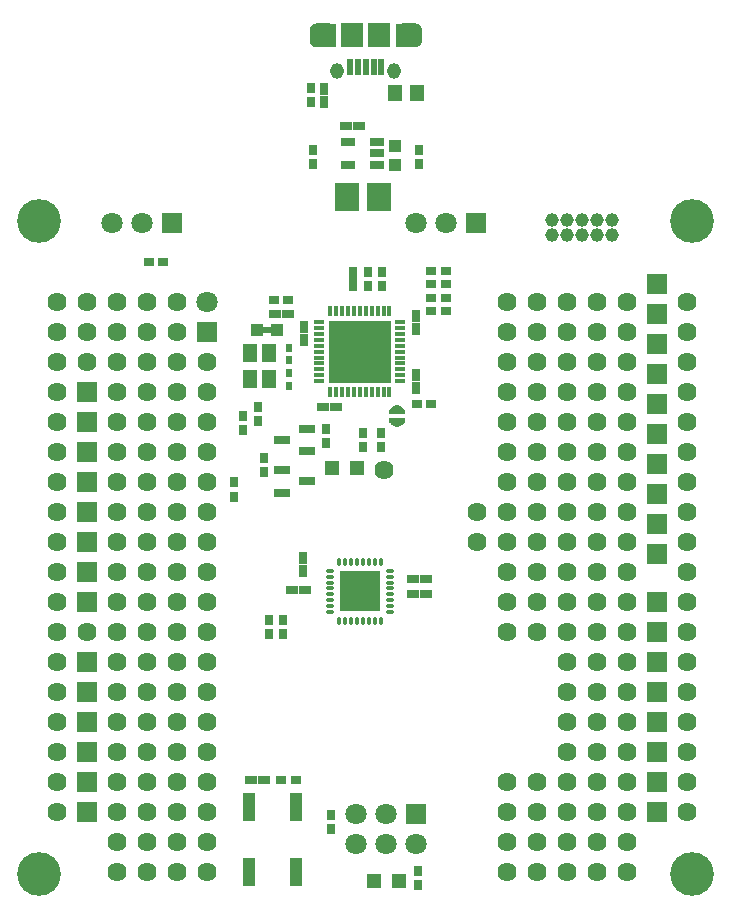
<source format=gts>
G04 Layer_Color=8388736*
%FSLAX43Y43*%
%MOMM*%
G71*
G01*
G75*
%ADD71R,0.900X0.510*%
%ADD72R,0.750X0.900*%
%ADD73R,3.400X3.400*%
%ADD74O,0.350X0.750*%
%ADD75O,0.750X0.350*%
%ADD76R,0.500X1.450*%
%ADD77R,0.600X0.700*%
%ADD78R,0.900X0.750*%
%ADD79R,1.300X1.300*%
%ADD80R,1.000X0.700*%
%ADD81R,0.700X1.000*%
%ADD82R,1.100X1.050*%
%ADD83R,1.400X0.700*%
%ADD84R,1.100X2.350*%
%ADD85R,1.250X1.500*%
%ADD86R,0.950X0.400*%
%ADD87R,0.400X0.950*%
%ADD88R,5.300X5.300*%
%ADD89R,2.050X2.350*%
%ADD90R,1.050X1.100*%
%ADD91R,1.300X1.450*%
%ADD92R,1.150X0.750*%
%ADD93R,1.900X2.000*%
%ADD94C,1.624*%
%ADD95C,3.700*%
G04:AMPARAMS|DCode=96|XSize=1.15mm|YSize=1.35mm|CornerRadius=0.575mm|HoleSize=0mm|Usage=FLASHONLY|Rotation=180.000|XOffset=0mm|YOffset=0mm|HoleType=Round|Shape=RoundedRectangle|*
%AMROUNDEDRECTD96*
21,1,1.150,0.200,0,0,180.0*
21,1,0.000,1.350,0,0,180.0*
1,1,1.150,0.000,0.100*
1,1,1.150,0.000,0.100*
1,1,1.150,0.000,-0.100*
1,1,1.150,0.000,-0.100*
%
%ADD96ROUNDEDRECTD96*%
G04:AMPARAMS|DCode=97|XSize=2.2mm|YSize=2mm|CornerRadius=0.544mm|HoleSize=0mm|Usage=FLASHONLY|Rotation=180.000|XOffset=0mm|YOffset=0mm|HoleType=Round|Shape=RoundedRectangle|*
%AMROUNDEDRECTD97*
21,1,2.200,0.912,0,0,180.0*
21,1,1.112,2.000,0,0,180.0*
1,1,1.088,-0.556,0.456*
1,1,1.088,0.556,0.456*
1,1,1.088,0.556,-0.456*
1,1,1.088,-0.556,-0.456*
%
%ADD97ROUNDEDRECTD97*%
%ADD98C,1.800*%
%ADD99R,1.800X1.800*%
%ADD100R,1.800X1.800*%
%ADD101C,1.150*%
%ADD102C,0.650*%
G36*
X27410Y74374D02*
X27419Y74371D01*
X27428Y74367D01*
X27436Y74361D01*
X27442Y74353D01*
X27446Y74344D01*
X27449Y74335D01*
X27450Y74325D01*
Y72425D01*
X27449Y72415D01*
X27446Y72406D01*
X27442Y72397D01*
X27436Y72389D01*
X27428Y72383D01*
X27419Y72379D01*
X27410Y72376D01*
X27400Y72375D01*
X25800D01*
X25798Y72375D01*
X25796Y72375D01*
X25748Y72379D01*
X25747Y72379D01*
X25745Y72379D01*
X25692Y72386D01*
X25689Y72387D01*
X25685Y72388D01*
X25632Y72403D01*
X25630Y72403D01*
X25628Y72404D01*
X25585Y72420D01*
X25583Y72421D01*
X25581Y72422D01*
X25539Y72442D01*
X25537Y72443D01*
X25534Y72445D01*
X25490Y72473D01*
X25488Y72474D01*
X25487Y72475D01*
X25449Y72504D01*
X25447Y72505D01*
X25446Y72506D01*
X25407Y72540D01*
X25404Y72543D01*
X25401Y72546D01*
X25372Y72582D01*
X25371Y72583D01*
X25371Y72584D01*
X25343Y72621D01*
X25341Y72623D01*
X25340Y72626D01*
X25316Y72667D01*
X25315Y72669D01*
X25314Y72670D01*
X25294Y72712D01*
X25293Y72714D01*
X25292Y72716D01*
X25276Y72758D01*
X25275Y72761D01*
X25274Y72764D01*
X25262Y72815D01*
X25262Y72817D01*
X25261Y72819D01*
X25254Y72864D01*
X25254Y72866D01*
X25254Y72868D01*
X25250Y72921D01*
X25250Y72923D01*
X25250Y72925D01*
Y73825D01*
X25250Y73827D01*
X25250Y73829D01*
X25254Y73884D01*
X25254Y73886D01*
X25255Y73889D01*
X25263Y73934D01*
X25263Y73935D01*
X25263Y73937D01*
X25275Y73987D01*
X25276Y73990D01*
X25277Y73994D01*
X25293Y74034D01*
X25306Y74066D01*
X25308Y74070D01*
X25310Y74073D01*
X25335Y74116D01*
X25336Y74118D01*
X25337Y74120D01*
X25363Y74157D01*
X25364Y74158D01*
X25365Y74160D01*
X25396Y74198D01*
X25399Y74200D01*
X25401Y74203D01*
X25446Y74244D01*
X25448Y74246D01*
X25450Y74247D01*
X25490Y74277D01*
X25492Y74278D01*
X25493Y74280D01*
X25539Y74309D01*
X25542Y74310D01*
X25545Y74312D01*
X25598Y74336D01*
X25601Y74337D01*
X25605Y74338D01*
X25692Y74364D01*
X25697Y74365D01*
X25701Y74366D01*
X25701Y74366D01*
X25701Y74366D01*
X25701D01*
X25795Y74375D01*
X25798Y74375D01*
X25800Y74375D01*
X27400D01*
X27410Y74374D01*
D02*
G37*
G36*
X34202Y74375D02*
X34204Y74375D01*
X34252Y74371D01*
X34253Y74371D01*
X34255Y74371D01*
X34308Y74364D01*
X34311Y74363D01*
X34315Y74362D01*
X34368Y74347D01*
X34370Y74347D01*
X34372Y74346D01*
X34415Y74330D01*
X34417Y74329D01*
X34419Y74328D01*
X34461Y74308D01*
X34463Y74307D01*
X34466Y74305D01*
X34510Y74277D01*
X34512Y74276D01*
X34513Y74275D01*
X34551Y74246D01*
X34553Y74245D01*
X34554Y74244D01*
X34593Y74210D01*
X34596Y74207D01*
X34599Y74204D01*
X34628Y74168D01*
X34629Y74167D01*
X34629Y74166D01*
X34657Y74129D01*
X34659Y74127D01*
X34660Y74124D01*
X34684Y74083D01*
X34685Y74081D01*
X34686Y74080D01*
X34706Y74038D01*
X34707Y74036D01*
X34708Y74034D01*
X34724Y73992D01*
X34725Y73989D01*
X34726Y73986D01*
X34738Y73935D01*
X34738Y73933D01*
X34739Y73931D01*
X34746Y73886D01*
X34746Y73884D01*
X34746Y73882D01*
X34750Y73829D01*
X34750Y73827D01*
X34750Y73825D01*
Y72925D01*
X34750Y72923D01*
X34750Y72921D01*
X34746Y72866D01*
X34746Y72864D01*
X34745Y72861D01*
X34737Y72816D01*
X34737Y72815D01*
X34737Y72813D01*
X34725Y72763D01*
X34724Y72760D01*
X34723Y72756D01*
X34707Y72716D01*
X34694Y72684D01*
X34692Y72680D01*
X34690Y72677D01*
X34665Y72634D01*
X34664Y72632D01*
X34663Y72630D01*
X34637Y72593D01*
X34636Y72592D01*
X34635Y72590D01*
X34604Y72552D01*
X34601Y72550D01*
X34599Y72547D01*
X34554Y72506D01*
X34552Y72504D01*
X34550Y72503D01*
X34510Y72473D01*
X34508Y72472D01*
X34507Y72470D01*
X34461Y72441D01*
X34458Y72440D01*
X34455Y72438D01*
X34402Y72414D01*
X34399Y72413D01*
X34395Y72412D01*
X34308Y72386D01*
X34303Y72385D01*
X34299Y72384D01*
X34299Y72384D01*
X34299Y72384D01*
X34299D01*
X34205Y72375D01*
X34202Y72375D01*
X34200Y72375D01*
X32600D01*
X32590Y72376D01*
X32581Y72379D01*
X32572Y72383D01*
X32564Y72389D01*
X32558Y72397D01*
X32554Y72406D01*
X32551Y72415D01*
X32550Y72425D01*
Y74325D01*
X32551Y74335D01*
X32554Y74344D01*
X32558Y74353D01*
X32564Y74361D01*
X32572Y74367D01*
X32581Y74371D01*
X32590Y74374D01*
X32600Y74375D01*
X34200D01*
X34202Y74375D01*
D02*
G37*
G36*
X32737Y42050D02*
X32739Y42050D01*
X32742Y42050D01*
X32745Y42049D01*
X32747Y42049D01*
X32749Y42049D01*
X32914Y42004D01*
X32915Y42004D01*
X32917Y42003D01*
X32920Y42002D01*
X32923Y42001D01*
X32925Y42000D01*
X32926Y41999D01*
X33074Y41914D01*
X33076Y41913D01*
X33077Y41912D01*
X33080Y41910D01*
X33082Y41908D01*
X33083Y41907D01*
X33085Y41906D01*
X33206Y41785D01*
X33207Y41783D01*
X33208Y41782D01*
X33210Y41780D01*
X33212Y41777D01*
X33213Y41776D01*
X33214Y41774D01*
X33299Y41626D01*
X33300Y41625D01*
X33301Y41623D01*
X33302Y41620D01*
X33303Y41617D01*
X33304Y41615D01*
X33304Y41614D01*
X33349Y41449D01*
X33349Y41447D01*
X33349Y41445D01*
X33350Y41442D01*
X33350Y41439D01*
X33350Y41437D01*
X33350Y41436D01*
Y41350D01*
X33349Y41340D01*
X33346Y41331D01*
X33342Y41322D01*
X33336Y41314D01*
X33328Y41308D01*
X33319Y41304D01*
X33310Y41301D01*
X33300Y41300D01*
X32000D01*
X31990Y41301D01*
X31981Y41304D01*
X31972Y41308D01*
X31964Y41314D01*
X31958Y41322D01*
X31954Y41331D01*
X31951Y41340D01*
X31950Y41350D01*
Y41436D01*
X31950Y41437D01*
X31950Y41439D01*
X31950Y41442D01*
X31951Y41445D01*
X31951Y41447D01*
X31951Y41449D01*
X31996Y41614D01*
X31996Y41615D01*
X31997Y41617D01*
X31998Y41620D01*
X31999Y41623D01*
X32000Y41625D01*
X32001Y41626D01*
X32086Y41774D01*
X32087Y41776D01*
X32088Y41777D01*
X32090Y41780D01*
X32092Y41782D01*
X32093Y41783D01*
X32094Y41785D01*
X32215Y41906D01*
X32217Y41907D01*
X32218Y41908D01*
X32220Y41910D01*
X32223Y41912D01*
X32224Y41913D01*
X32226Y41914D01*
X32374Y41999D01*
X32375Y42000D01*
X32377Y42001D01*
X32380Y42002D01*
X32383Y42003D01*
X32385Y42004D01*
X32386Y42004D01*
X32551Y42049D01*
X32553Y42049D01*
X32555Y42049D01*
X32558Y42050D01*
X32561Y42050D01*
X32563Y42050D01*
X32564Y42050D01*
X32736D01*
X32737Y42050D01*
D02*
G37*
G36*
X33310Y40999D02*
X33319Y40996D01*
X33328Y40992D01*
X33336Y40986D01*
X33342Y40978D01*
X33346Y40969D01*
X33349Y40960D01*
X33350Y40950D01*
Y40864D01*
X33350Y40863D01*
X33350Y40861D01*
X33350Y40858D01*
X33349Y40855D01*
X33349Y40853D01*
X33349Y40851D01*
X33304Y40686D01*
X33304Y40685D01*
X33303Y40683D01*
X33302Y40680D01*
X33301Y40677D01*
X33300Y40675D01*
X33299Y40674D01*
X33214Y40526D01*
X33213Y40524D01*
X33212Y40523D01*
X33210Y40520D01*
X33208Y40518D01*
X33207Y40517D01*
X33206Y40515D01*
X33085Y40394D01*
X33083Y40393D01*
X33082Y40392D01*
X33080Y40390D01*
X33077Y40388D01*
X33076Y40387D01*
X33074Y40386D01*
X32926Y40301D01*
X32925Y40300D01*
X32923Y40299D01*
X32920Y40298D01*
X32917Y40297D01*
X32915Y40296D01*
X32914Y40296D01*
X32749Y40251D01*
X32747Y40251D01*
X32745Y40251D01*
X32742Y40250D01*
X32739Y40250D01*
X32737Y40250D01*
X32736Y40250D01*
X32564D01*
X32563Y40250D01*
X32561Y40250D01*
X32558Y40250D01*
X32555Y40251D01*
X32553Y40251D01*
X32551Y40251D01*
X32386Y40296D01*
X32385Y40296D01*
X32383Y40297D01*
X32380Y40298D01*
X32377Y40299D01*
X32375Y40300D01*
X32374Y40301D01*
X32226Y40386D01*
X32224Y40387D01*
X32223Y40388D01*
X32220Y40390D01*
X32218Y40392D01*
X32217Y40393D01*
X32215Y40394D01*
X32094Y40515D01*
X32093Y40517D01*
X32092Y40518D01*
X32090Y40520D01*
X32088Y40523D01*
X32087Y40524D01*
X32086Y40526D01*
X32001Y40674D01*
X32000Y40675D01*
X31999Y40677D01*
X31998Y40680D01*
X31997Y40683D01*
X31996Y40685D01*
X31996Y40686D01*
X31951Y40851D01*
X31951Y40853D01*
X31951Y40855D01*
X31950Y40858D01*
X31950Y40861D01*
X31950Y40863D01*
X31950Y40864D01*
Y40950D01*
X31951Y40960D01*
X31954Y40969D01*
X31958Y40978D01*
X31964Y40986D01*
X31972Y40992D01*
X31981Y40996D01*
X31990Y40999D01*
X32000Y41000D01*
X33300D01*
X33310Y40999D01*
D02*
G37*
D71*
X21600Y48405D02*
D03*
D72*
X22980Y23909D02*
D03*
Y22709D02*
D03*
X21840Y23909D02*
D03*
Y22709D02*
D03*
X18875Y35525D02*
D03*
Y34325D02*
D03*
X29800Y39700D02*
D03*
Y38500D02*
D03*
X31300Y39700D02*
D03*
Y38500D02*
D03*
X19625Y39950D02*
D03*
Y41150D02*
D03*
X20875Y40700D02*
D03*
Y41900D02*
D03*
X34500Y63700D02*
D03*
Y62500D02*
D03*
X31350Y52150D02*
D03*
Y53350D02*
D03*
X30200Y52150D02*
D03*
Y53350D02*
D03*
X27025Y7400D02*
D03*
Y6200D02*
D03*
X26625Y38825D02*
D03*
Y40025D02*
D03*
X21375Y37575D02*
D03*
Y36375D02*
D03*
X34417Y1432D02*
D03*
Y2632D02*
D03*
X25500Y62500D02*
D03*
Y63700D02*
D03*
X25315Y68926D02*
D03*
Y67726D02*
D03*
D73*
X29500Y26300D02*
D03*
D74*
X31250Y23775D02*
D03*
X30750D02*
D03*
X30250D02*
D03*
X29750D02*
D03*
X29250D02*
D03*
X28750D02*
D03*
X28250D02*
D03*
X27750D02*
D03*
Y28825D02*
D03*
X28250D02*
D03*
X28750D02*
D03*
X29250D02*
D03*
X29750D02*
D03*
X30250D02*
D03*
X30750D02*
D03*
X31250D02*
D03*
D75*
X26975Y24550D02*
D03*
Y25050D02*
D03*
Y25550D02*
D03*
Y26050D02*
D03*
Y26550D02*
D03*
Y27050D02*
D03*
Y27550D02*
D03*
Y28050D02*
D03*
X32025D02*
D03*
Y27550D02*
D03*
Y27050D02*
D03*
Y26550D02*
D03*
Y26050D02*
D03*
Y25550D02*
D03*
Y25050D02*
D03*
Y24550D02*
D03*
D76*
X31300Y70700D02*
D03*
X30650D02*
D03*
X30000D02*
D03*
X29350D02*
D03*
X28700D02*
D03*
D77*
X23475Y43725D02*
D03*
X23475Y44775D02*
D03*
X23475Y45850D02*
D03*
X23475Y46900D02*
D03*
D78*
X35550Y42200D02*
D03*
X34350D02*
D03*
X24050Y10300D02*
D03*
X22850D02*
D03*
X23450Y50975D02*
D03*
X22250D02*
D03*
X36758Y51158D02*
D03*
X35558D02*
D03*
X36758Y52308D02*
D03*
X35558D02*
D03*
X36758Y53458D02*
D03*
X35558D02*
D03*
X36758Y50008D02*
D03*
X35558D02*
D03*
X12800Y54150D02*
D03*
X11600D02*
D03*
D79*
X27175Y36750D02*
D03*
X29275D02*
D03*
X30700Y1775D02*
D03*
X32800D02*
D03*
D80*
X21400Y10300D02*
D03*
X20300D02*
D03*
X24860Y26400D02*
D03*
X23760D02*
D03*
X22300Y49800D02*
D03*
X23400D02*
D03*
X26400Y41875D02*
D03*
X27500D02*
D03*
X35060Y26100D02*
D03*
X33960D02*
D03*
X35060Y27350D02*
D03*
X33960D02*
D03*
X28330Y65746D02*
D03*
X29430D02*
D03*
D81*
X34225Y48475D02*
D03*
Y49575D02*
D03*
X34250Y43500D02*
D03*
Y44600D02*
D03*
X28950Y53300D02*
D03*
Y52200D02*
D03*
X24775Y48700D02*
D03*
Y47600D02*
D03*
X24680Y29100D02*
D03*
Y28000D02*
D03*
X26458Y67776D02*
D03*
Y68876D02*
D03*
D82*
X20750Y48400D02*
D03*
X22450D02*
D03*
D83*
X24985Y35620D02*
D03*
X22885Y34670D02*
D03*
Y36570D02*
D03*
Y39120D02*
D03*
X24985Y40070D02*
D03*
Y38170D02*
D03*
D84*
X24125Y2525D02*
D03*
Y8025D02*
D03*
X20125D02*
D03*
Y2525D02*
D03*
D85*
X21800Y44300D02*
D03*
Y46500D02*
D03*
X20200D02*
D03*
Y44300D02*
D03*
D86*
X32925Y46100D02*
D03*
Y45100D02*
D03*
Y45600D02*
D03*
Y46600D02*
D03*
Y49100D02*
D03*
Y48600D02*
D03*
Y48100D02*
D03*
Y47600D02*
D03*
Y47100D02*
D03*
Y44600D02*
D03*
Y44100D02*
D03*
X26075D02*
D03*
Y44600D02*
D03*
Y45100D02*
D03*
Y45600D02*
D03*
Y46100D02*
D03*
Y46600D02*
D03*
Y47100D02*
D03*
Y47600D02*
D03*
Y48100D02*
D03*
Y48600D02*
D03*
Y49100D02*
D03*
D87*
X27000Y50025D02*
D03*
X27500D02*
D03*
X28000D02*
D03*
X30500D02*
D03*
X31000D02*
D03*
X32000Y43175D02*
D03*
X31500D02*
D03*
X31000D02*
D03*
X30500D02*
D03*
X30000D02*
D03*
X29500D02*
D03*
X29000D02*
D03*
X28500D02*
D03*
X28000D02*
D03*
X27500D02*
D03*
X27000D02*
D03*
X28500Y50025D02*
D03*
X29000D02*
D03*
X29500D02*
D03*
X30000D02*
D03*
X31500D02*
D03*
X32000D02*
D03*
D88*
X29500Y46600D02*
D03*
D89*
X31125Y59700D02*
D03*
X28375D02*
D03*
D90*
X32436Y62381D02*
D03*
Y63981D02*
D03*
D91*
X34350Y68500D02*
D03*
X32450D02*
D03*
D92*
X30918Y62431D02*
D03*
Y63384D02*
D03*
Y64337D02*
D03*
X28468D02*
D03*
Y62431D02*
D03*
D93*
X28851Y73375D02*
D03*
X31149D02*
D03*
D94*
X16510Y7620D02*
D03*
Y10160D02*
D03*
Y22860D02*
D03*
Y33020D02*
D03*
Y30480D02*
D03*
Y27940D02*
D03*
Y25400D02*
D03*
Y43180D02*
D03*
Y40640D02*
D03*
Y38100D02*
D03*
Y35560D02*
D03*
Y45720D02*
D03*
X13970Y7620D02*
D03*
Y10160D02*
D03*
Y27940D02*
D03*
Y25400D02*
D03*
Y22860D02*
D03*
Y38100D02*
D03*
Y35560D02*
D03*
Y33020D02*
D03*
Y30480D02*
D03*
Y48260D02*
D03*
Y45720D02*
D03*
Y43180D02*
D03*
Y40640D02*
D03*
Y50800D02*
D03*
X6350Y22860D02*
D03*
Y45720D02*
D03*
X8890Y12700D02*
D03*
Y7620D02*
D03*
X57150Y50800D02*
D03*
Y40640D02*
D03*
Y43180D02*
D03*
Y45720D02*
D03*
Y48260D02*
D03*
Y30480D02*
D03*
Y33020D02*
D03*
Y35560D02*
D03*
Y38100D02*
D03*
Y20320D02*
D03*
Y22860D02*
D03*
Y25400D02*
D03*
Y27940D02*
D03*
Y17780D02*
D03*
Y15240D02*
D03*
Y12700D02*
D03*
Y10160D02*
D03*
Y7620D02*
D03*
X11430Y50800D02*
D03*
Y40640D02*
D03*
Y43180D02*
D03*
Y45720D02*
D03*
Y48260D02*
D03*
Y30480D02*
D03*
Y33020D02*
D03*
Y35560D02*
D03*
Y38100D02*
D03*
Y20320D02*
D03*
Y22860D02*
D03*
Y25400D02*
D03*
Y27940D02*
D03*
Y17780D02*
D03*
Y15240D02*
D03*
Y12700D02*
D03*
Y10160D02*
D03*
Y7620D02*
D03*
X8890Y50800D02*
D03*
Y40640D02*
D03*
Y43180D02*
D03*
Y45720D02*
D03*
Y48260D02*
D03*
Y30480D02*
D03*
Y33020D02*
D03*
Y35560D02*
D03*
Y38100D02*
D03*
Y20320D02*
D03*
Y22860D02*
D03*
Y25400D02*
D03*
Y27940D02*
D03*
Y17780D02*
D03*
Y15240D02*
D03*
Y10160D02*
D03*
X6350Y48260D02*
D03*
Y50800D02*
D03*
X3810D02*
D03*
Y40640D02*
D03*
Y43180D02*
D03*
Y45720D02*
D03*
Y48260D02*
D03*
Y30480D02*
D03*
Y33020D02*
D03*
Y35560D02*
D03*
Y38100D02*
D03*
Y20320D02*
D03*
Y22860D02*
D03*
Y25400D02*
D03*
Y27940D02*
D03*
Y17780D02*
D03*
Y15240D02*
D03*
Y12700D02*
D03*
Y10160D02*
D03*
Y7620D02*
D03*
X44450Y50800D02*
D03*
X46990D02*
D03*
X49530D02*
D03*
X52070D02*
D03*
Y40640D02*
D03*
X49530D02*
D03*
X46990D02*
D03*
X44450D02*
D03*
X52070Y43180D02*
D03*
X49530D02*
D03*
X46990D02*
D03*
X44450D02*
D03*
X52070Y45720D02*
D03*
X49530D02*
D03*
X46990D02*
D03*
X44450D02*
D03*
X52070Y48260D02*
D03*
X49530D02*
D03*
X46990D02*
D03*
X44450D02*
D03*
X52070Y30480D02*
D03*
X49530D02*
D03*
X46990D02*
D03*
X44450D02*
D03*
X52070Y33020D02*
D03*
X49530D02*
D03*
X46990D02*
D03*
X44450D02*
D03*
X52070Y35560D02*
D03*
X49530D02*
D03*
X46990D02*
D03*
X44450D02*
D03*
X52070Y38100D02*
D03*
X49530D02*
D03*
X46990D02*
D03*
X44450D02*
D03*
X52070Y20320D02*
D03*
X49530D02*
D03*
X46990D02*
D03*
X52070Y22860D02*
D03*
X49530D02*
D03*
X46990D02*
D03*
X44450D02*
D03*
X52070Y25400D02*
D03*
X49530D02*
D03*
X46990D02*
D03*
X44450D02*
D03*
X52070Y27940D02*
D03*
X49530D02*
D03*
X46990D02*
D03*
X44450D02*
D03*
X46990Y17780D02*
D03*
X49530D02*
D03*
X52070D02*
D03*
X46990Y15240D02*
D03*
X49530D02*
D03*
X52070D02*
D03*
X46990Y12700D02*
D03*
X49530D02*
D03*
X52070D02*
D03*
X44450Y10160D02*
D03*
X46990D02*
D03*
X49530D02*
D03*
X52070D02*
D03*
Y7620D02*
D03*
X49530D02*
D03*
X46990D02*
D03*
X44450D02*
D03*
X41910D02*
D03*
Y10160D02*
D03*
Y27940D02*
D03*
Y25400D02*
D03*
Y22860D02*
D03*
Y38100D02*
D03*
Y35560D02*
D03*
Y33020D02*
D03*
Y30480D02*
D03*
Y48260D02*
D03*
Y45720D02*
D03*
Y43180D02*
D03*
Y40640D02*
D03*
Y50800D02*
D03*
Y5080D02*
D03*
Y2540D02*
D03*
X44450D02*
D03*
X46990D02*
D03*
X49530D02*
D03*
X52070D02*
D03*
Y5080D02*
D03*
X49530D02*
D03*
X46990D02*
D03*
X44450D02*
D03*
X8890D02*
D03*
X11430Y2540D02*
D03*
Y5080D02*
D03*
X8890Y2540D02*
D03*
X13970Y5080D02*
D03*
Y2540D02*
D03*
X16510Y5080D02*
D03*
Y2540D02*
D03*
X39370Y33020D02*
D03*
Y30480D02*
D03*
X31500Y36550D02*
D03*
X13970Y12700D02*
D03*
X16510D02*
D03*
X13970Y15240D02*
D03*
X16510D02*
D03*
X13970Y17780D02*
D03*
X16510D02*
D03*
X13970Y20320D02*
D03*
X16510D02*
D03*
D95*
X57650Y2350D02*
D03*
X2350D02*
D03*
X57650Y57650D02*
D03*
X2350D02*
D03*
D96*
X32425Y70375D02*
D03*
X27575D02*
D03*
D97*
X26350Y73375D02*
D03*
X33650D02*
D03*
D98*
X29160Y7480D02*
D03*
X31700D02*
D03*
X29160Y4940D02*
D03*
X31700D02*
D03*
X34240D02*
D03*
X16510Y50800D02*
D03*
X36775Y57500D02*
D03*
X34235D02*
D03*
X11050Y57500D02*
D03*
X8510D02*
D03*
D99*
X34240Y7480D02*
D03*
X39315Y57500D02*
D03*
X13590Y57500D02*
D03*
D100*
X6350Y10160D02*
D03*
Y7620D02*
D03*
Y15240D02*
D03*
Y12700D02*
D03*
Y17780D02*
D03*
Y20320D02*
D03*
Y33020D02*
D03*
Y30480D02*
D03*
Y25400D02*
D03*
Y27940D02*
D03*
Y38100D02*
D03*
Y35560D02*
D03*
Y40640D02*
D03*
Y43180D02*
D03*
X54610Y7620D02*
D03*
Y10160D02*
D03*
Y15240D02*
D03*
Y12700D02*
D03*
Y22860D02*
D03*
Y25400D02*
D03*
Y20320D02*
D03*
Y17780D02*
D03*
Y52324D02*
D03*
Y49784D02*
D03*
Y29464D02*
D03*
Y32004D02*
D03*
Y37084D02*
D03*
Y34544D02*
D03*
Y44704D02*
D03*
Y47244D02*
D03*
Y42164D02*
D03*
Y39624D02*
D03*
X16510Y48260D02*
D03*
D101*
X45720Y56515D02*
D03*
X46990D02*
D03*
X48260D02*
D03*
X49530D02*
D03*
Y57785D02*
D03*
X48260D02*
D03*
X46990D02*
D03*
X45720D02*
D03*
X50800D02*
D03*
Y56515D02*
D03*
D102*
X30296Y25428D02*
D03*
Y26952D02*
D03*
X28772D02*
D03*
Y25428D02*
D03*
X31700Y47700D02*
D03*
X27300Y45500D02*
D03*
Y47700D02*
D03*
X28400Y44400D02*
D03*
Y46600D02*
D03*
Y48800D02*
D03*
X29500Y45500D02*
D03*
Y47700D02*
D03*
X30600Y44400D02*
D03*
Y46600D02*
D03*
Y48800D02*
D03*
X31700Y45500D02*
D03*
M02*

</source>
